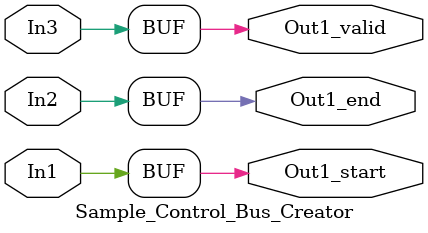
<source format=v>



`timescale 1 ns / 1 ns

module Sample_Control_Bus_Creator
          (In1,
           In2,
           In3,
           Out1_start,
           Out1_end,
           Out1_valid);


  input   In1;
  input   In2;
  input   In3;
  output  Out1_start;
  output  Out1_end;
  output  Out1_valid;




  assign Out1_start = In1;

  assign Out1_end = In2;

  assign Out1_valid = In3;

endmodule  // Sample_Control_Bus_Creator


</source>
